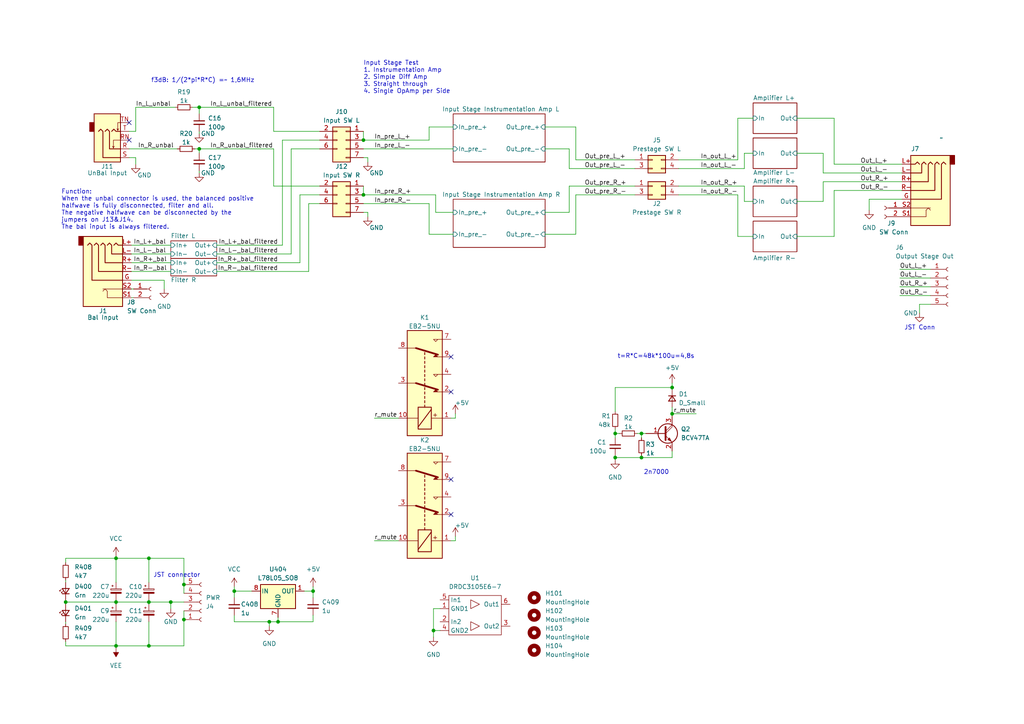
<source format=kicad_sch>
(kicad_sch (version 20230121) (generator eeschema)
  (paper "A4")
  (title_block (title "BHOA") (date "2024-01-17") (rev "0.1") (company "C Audio") (comment 3 "Balanced Headphone Operationsal Amplifier"))
  (lib_symbols
    (symbol "Audio_Connector:Pentaconn_with_Switch"
      (property "Reference" "J" (at -0.635 12.065 0))
      (symbol "Pentaconn_with_Switch_0_1"
        (rectangle (start -5.715 -6.985) (end -6.985 -9.525) (stroke (width 0.254)) (fill (type outline)))
        (rectangle (start -5.715 10.795) (end 5.715 -9.525) (stroke (width 0.254)) (fill (type background)))
        (polyline (pts (xy 5.715 5.715) (xy 0 5.715)))
        (polyline (pts (xy 1.27 6.35) (xy 0.635 5.715) (xy 0 6.35)))
        (polyline (pts (xy 5.715 8.255) (xy 1.27 8.255) (xy 1.27 6.35)))
        (polyline (pts (xy 3.175 -6.985) (xy 3.81 -7.62) (xy 4.445 -6.985) (xy 5.715 -6.985)) (stroke (width 0.254)))
        (polyline (pts (xy -2.54 -6.985) (xy -1.905 -7.62) (xy -1.27 -6.985) (xy -1.27 0.635) (xy 5.715 0.635)) (stroke (width 0.254)))
        (polyline (pts (xy 1.27 -6.985) (xy 1.905 -7.62) (xy 2.54 -6.985) (xy 2.54 -4.445) (xy 5.715 -4.445)) (stroke (width 0.254)))
        (polyline (pts (xy 5.715 -1.905) (xy 0.635 -1.905) (xy 0.635 -6.985) (xy 0 -7.62) (xy -0.635 -6.985)) (stroke (width 0.254)))
        (polyline (pts (xy 5.715 3.175) (xy -3.175 3.175) (xy -3.175 -6.985) (xy -3.81 -7.62) (xy -4.445 -6.985)) (stroke (width 0.254)))
      )
      (symbol "Pentaconn_with_Switch_1_1"
        (pin output line (at 8.255 3.175 180) (length 2.54) (name "") (number "G"))
        (pin output line (at 8.255 -6.985 180) (length 2.54) (name "") (number "L+"))
        (pin output line (at 8.255 -4.445 180) (length 2.54) (name "") (number "L-"))
        (pin output line (at 8.255 -1.905 180) (length 2.54) (name "") (number "R+"))
        (pin output line (at 8.255 0.635 180) (length 2.54) (name "") (number "R-"))
        (pin output line (at 8.255 8.255 180) (length 2.54) (name "") (number "S1"))
        (pin output line (at 8.255 5.715 180) (length 2.54) (name "") (number "S2"))
      )
    )
    (symbol "Connector:Conn_01x02_Socket" (pin_names (offset 1.016) hide)
      (property "Reference" "J" (at 0 2.54 0))
      (property "Value" "Conn_01x02_Socket" (at 0 -5.08 0))
      (symbol "Conn_01x02_Socket_1_1"
        (arc (start 0 -2.032) (mid -0.5058 -2.54) (end 0 -3.048) (stroke (width 0.1524)))
        (polyline (pts (xy -1.27 -2.54) (xy -0.508 -2.54)) (stroke (width 0.1524)))
        (polyline (pts (xy -1.27 0) (xy -0.508 0)) (stroke (width 0.1524)))
        (arc (start 0 0.508) (mid -0.5058 0) (end 0 -0.508) (stroke (width 0.1524)))
        (pin passive line (at -5.08 0 0) (length 3.81) (name "Pin_1") (number "1"))
        (pin passive line (at -5.08 -2.54 0) (length 3.81) (name "Pin_2") (number "2"))
      )
    )
    (symbol "Connector:Conn_01x05_Socket" (pin_names (offset 1.016) hide)
      (property "Reference" "J" (at 0 7.62 0))
      (property "Value" "Conn_01x05_Socket" (at 0 -7.62 0))
      (symbol "Conn_01x05_Socket_1_1"
        (arc (start 0 -4.572) (mid -0.5058 -5.08) (end 0 -5.588) (stroke (width 0.1524)))
        (arc (start 0 -2.032) (mid -0.5058 -2.54) (end 0 -3.048) (stroke (width 0.1524)))
        (polyline (pts (xy -1.27 -5.08) (xy -0.508 -5.08)) (stroke (width 0.1524)))
        (polyline (pts (xy -1.27 -2.54) (xy -0.508 -2.54)) (stroke (width 0.1524)))
        (polyline (pts (xy -1.27 0) (xy -0.508 0)) (stroke (width 0.1524)))
        (polyline (pts (xy -1.27 2.54) (xy -0.508 2.54)) (stroke (width 0.1524)))
        (polyline (pts (xy -1.27 5.08) (xy -0.508 5.08)) (stroke (width 0.1524)))
        (arc (start 0 0.508) (mid -0.5058 0) (end 0 -0.508) (stroke (width 0.1524)))
        (arc (start 0 3.048) (mid -0.5058 2.54) (end 0 2.032) (stroke (width 0.1524)))
        (arc (start 0 5.588) (mid -0.5058 5.08) (end 0 4.572) (stroke (width 0.1524)))
        (pin passive line (at -5.08 5.08 0) (length 3.81) (name "Pin_1") (number "1"))
        (pin passive line (at -5.08 2.54 0) (length 3.81) (name "Pin_2") (number "2"))
        (pin passive line (at -5.08 0 0) (length 3.81) (name "Pin_3") (number "3"))
        (pin passive line (at -5.08 -2.54 0) (length 3.81) (name "Pin_4") (number "4"))
        (pin passive line (at -5.08 -5.08 0) (length 3.81) (name "Pin_5") (number "5"))
      )
    )
    (symbol "Connector_Audio:AudioJack3_SwitchTR"
      (property "Reference" "J" (at 0 8.89 0))
      (property "Value" "AudioJack3_SwitchTR" (at 0 6.35 0))
      (symbol "AudioJack3_SwitchTR_0_1"
        (rectangle (start -5.08 -5.08) (end -6.35 -7.62) (stroke (width 0.254)) (fill (type outline)))
        (polyline (pts (xy 0.508 -0.254) (xy 0.762 -0.762)))
        (polyline (pts (xy 1.778 -5.334) (xy 2.032 -5.842)))
        (polyline (pts (xy 0 -5.08) (xy 0.635 -5.715) (xy 1.27 -5.08) (xy 2.54 -5.08)) (stroke (width 0.254)))
        (polyline (pts (xy 2.54 -7.62) (xy 1.778 -7.62) (xy 1.778 -5.334) (xy 1.524 -5.842)))
        (polyline (pts (xy 2.54 -2.54) (xy 0.508 -2.54) (xy 0.508 -0.254) (xy 0.254 -0.762)))
        (polyline (pts (xy -1.905 -5.08) (xy -1.27 -5.715) (xy -0.635 -5.08) (xy -0.635 0) (xy 2.54 0)) (stroke (width 0.254)))
        (polyline (pts (xy 2.54 2.54) (xy -2.54 2.54) (xy -2.54 -5.08) (xy -3.175 -5.715) (xy -3.81 -5.08)) (stroke (width 0.254)))
        (rectangle (start 2.54 3.81) (end -5.08 -10.16) (stroke (width 0.254)) (fill (type background)))
      )
      (symbol "AudioJack3_SwitchTR_1_1"
        (pin passive line (at 5.08 0 180) (length 2.54) (name "~") (number "R"))
        (pin passive line (at 5.08 -2.54 180) (length 2.54) (name "~") (number "RN"))
        (pin passive line (at 5.08 2.54 180) (length 2.54) (name "~") (number "S"))
        (pin passive line (at 5.08 -5.08 180) (length 2.54) (name "~") (number "T"))
        (pin passive line (at 5.08 -7.62 180) (length 2.54) (name "~") (number "TN"))
      )
    )
    (symbol "Connector_Generic:Conn_02x02_Odd_Even" (pin_names (offset 1.016) hide)
      (property "Reference" "J" (at 1.27 2.54 0))
      (property "Value" "Conn_02x02_Odd_Even" (at 1.27 -5.08 0))
      (symbol "Conn_02x02_Odd_Even_1_1"
        (rectangle (start -1.27 -2.413) (end 0 -2.667) (stroke (width 0.1524)))
        (rectangle (start -1.27 0.127) (end 0 -0.127) (stroke (width 0.1524)))
        (rectangle (start -1.27 1.27) (end 3.81 -3.81) (stroke (width 0.254)) (fill (type background)))
        (rectangle (start 3.81 -2.413) (end 2.54 -2.667) (stroke (width 0.1524)))
        (rectangle (start 3.81 0.127) (end 2.54 -0.127) (stroke (width 0.1524)))
        (pin passive line (at -5.08 0 0) (length 3.81) (name "Pin_1") (number "1"))
        (pin passive line (at 7.62 0 180) (length 3.81) (name "Pin_2") (number "2"))
        (pin passive line (at -5.08 -2.54 0) (length 3.81) (name "Pin_3") (number "3"))
        (pin passive line (at 7.62 -2.54 180) (length 3.81) (name "Pin_4") (number "4"))
      )
    )
    (symbol "Connector_Generic:Conn_2Rows-07Pins" (pin_names (offset 1.016) hide)
      (property "Reference" "J" (at 1.27 5.08 0))
      (property "Value" "Conn_2Rows-07Pins" (at 1.27 -7.62 0))
      (symbol "Conn_2Rows-07Pins_1_1"
        (rectangle (start -1.27 -4.953) (end 0 -5.207) (stroke (width 0.1524)))
        (rectangle (start -1.27 -2.413) (end 0 -2.667) (stroke (width 0.1524)))
        (rectangle (start -1.27 0.127) (end 0 -0.127) (stroke (width 0.1524)))
        (rectangle (start -1.27 2.667) (end 0 2.413) (stroke (width 0.1524)))
        (rectangle (start -1.27 3.81) (end 3.81 -6.35) (stroke (width 0.254)) (fill (type background)))
        (rectangle (start 3.81 -2.413) (end 2.54 -2.667) (stroke (width 0.1524)))
        (rectangle (start 3.81 0.127) (end 2.54 -0.127) (stroke (width 0.1524)))
        (rectangle (start 3.81 2.667) (end 2.54 2.413) (stroke (width 0.1524)))
        (pin passive line (at -5.08 2.54 0) (length 3.81) (name "Pin_1") (number "1"))
        (pin passive line (at 7.62 2.54 180) (length 3.81) (name "Pin_2") (number "2"))
        (pin passive line (at -5.08 0 0) (length 3.81) (name "Pin_3") (number "3"))
        (pin passive line (at 7.62 0 180) (length 3.81) (name "Pin_4") (number "4"))
        (pin passive line (at -5.08 -2.54 0) (length 3.81) (name "Pin_5") (number "5"))
        (pin passive line (at 7.62 -2.54 180) (length 3.81) (name "Pin_6") (number "6"))
        (pin passive line (at -5.08 -5.08 0) (length 3.81) (name "Pin_7") (number "7"))
      )
    )
    (symbol "DRDC3105:DRDC3105E6-7"
      (property "Reference" "U" (at -3.81 7.62 0))
      (property "Value" "DRDC3105E6-7" (at -3.81 7.62 0))
      (symbol "DRDC3105E6-7_0_1"
        (rectangle (start -7.62 6.35) (end 7.62 -5.08))
        (polyline (pts (xy -1.27 -1.27) (xy -1.27 -3.81) (xy 1.27 -2.54) (xy -1.27 -1.27)))
        (polyline (pts (xy -1.27 5.08) (xy -1.27 2.54) (xy 1.27 3.81) (xy -1.27 5.08)))
      )
      (symbol "DRDC3105E6-7_1_1"
        (pin passive line (at -10.16 2.54 0) (length 2.54) (name "GND1") (number "1"))
        (pin input line (at -10.16 -1.27 0) (length 2.54) (name "In2") (number "2"))
        (pin output line (at 10.16 -2.54 180) (length 2.54) (name "Out2") (number "3"))
        (pin passive line (at -10.16 -3.81 0) (length 2.54) (name "GND2") (number "4"))
        (pin input line (at -10.16 5.08 0) (length 2.54) (name "In1") (number "5"))
        (pin output line (at 10.16 3.81 180) (length 2.54) (name "Out1") (number "6"))
      )
    )
    (symbol "Device:C_Polarized_Small" (pin_numbers hide) (pin_names (offset 0.254) hide)
      (property "Reference" "C" (at 0.254 1.778 0))
      (property "Value" "C_Polarized_Small" (at 0.254 -2.032 0))
      (symbol "C_Polarized_Small_0_1"
        (rectangle (start -1.524 -0.3048) (end 1.524 -0.6858) (fill (type outline)))
        (rectangle (start -1.524 0.6858) (end 1.524 0.3048))
        (polyline (pts (xy -1.27 1.524) (xy -0.762 1.524)))
        (polyline (pts (xy -1.016 1.27) (xy -1.016 1.778)))
      )
      (symbol "C_Polarized_Small_1_1"
        (pin passive line (at 0 2.54 270) (length 1.8542) (name "~") (number "1"))
        (pin passive line (at 0 -2.54 90) (length 1.8542) (name "~") (number "2"))
      )
    )
    (symbol "Device:C_Small" (pin_numbers hide) (pin_names (offset 0.254) hide)
      (property "Reference" "C" (at 0.254 1.778 0))
      (property "Value" "C_Small" (at 0.254 -2.032 0))
      (symbol "C_Small_0_1"
        (polyline (pts (xy -1.524 -0.508) (xy 1.524 -0.508)) (stroke (width 0.3302)))
        (polyline (pts (xy -1.524 0.508) (xy 1.524 0.508)) (stroke (width 0.3048)))
      )
      (symbol "C_Small_1_1"
        (pin passive line (at 0 2.54 270) (length 2.032) (name "~") (number "1"))
        (pin passive line (at 0 -2.54 90) (length 2.032) (name "~") (number "2"))
      )
    )
    (symbol "Device:D_Small" (pin_numbers hide) (pin_names (offset 0.254) hide)
      (property "Reference" "D" (at -1.27 2.032 0))
      (property "Value" "D_Small" (at -3.81 -2.032 0))
      (symbol "D_Small_0_1"
        (polyline (pts (xy -0.762 -1.016) (xy -0.762 1.016)) (stroke (width 0.254)))
        (polyline (pts (xy -0.762 0) (xy 0.762 0)))
        (polyline (pts (xy 0.762 -1.016) (xy -0.762 0) (xy 0.762 1.016) (xy 0.762 -1.016)) (stroke (width 0.254)))
      )
      (symbol "D_Small_1_1"
        (pin passive line (at -2.54 0 0) (length 1.778) (name "K") (number "1"))
        (pin passive line (at 2.54 0 180) (length 1.778) (name "A") (number "2"))
      )
    )
    (symbol "Device:LED_Small" (pin_numbers hide) (pin_names (offset 0.254) hide)
      (property "Reference" "D" (at -1.27 3.175 0))
      (property "Value" "LED_Small" (at -4.445 -2.54 0))
      (symbol "LED_Small_0_1"
        (polyline (pts (xy -0.762 -1.016) (xy -0.762 1.016)) (stroke (width 0.254)))
        (polyline (pts (xy 1.016 0) (xy -0.762 0)))
        (polyline (pts (xy 0.762 -1.016) (xy -0.762 0) (xy 0.762 1.016) (xy 0.762 -1.016)) (stroke (width 0.254)))
        (polyline (pts (xy 0 0.762) (xy -0.508 1.27) (xy -0.254 1.27) (xy -0.508 1.27) (xy -0.508 1.016)))
        (polyline (pts (xy 0.508 1.27) (xy 0 1.778) (xy 0.254 1.778) (xy 0 1.778) (xy 0 1.524)))
      )
      (symbol "LED_Small_1_1"
        (pin passive line (at -2.54 0 0) (length 1.778) (name "K") (number "1"))
        (pin passive line (at 2.54 0 180) (length 1.778) (name "A") (number "2"))
      )
    )
    (symbol "Device:Q_NPN_Darlington_BEC" (pin_names (offset 0) hide)
      (property "Reference" "Q" (at 4.572 1.27 0))
      (property "Value" "Q_NPN_Darlington_BEC" (at 4.572 -1.27 0))
      (symbol "Q_NPN_Darlington_BEC_0_1"
        (polyline (pts (xy 0.635 0.635) (xy 2.54 2.54)))
        (polyline (pts (xy 0.635 -0.635) (xy 2.54 -2.54) (xy 2.54 -2.54)))
        (polyline (pts (xy 0.635 0) (xy 2.54 1.905) (xy 2.54 2.54)))
        (polyline (pts (xy 0.635 1.905) (xy 0.635 -1.905) (xy 0.635 -1.905)) (stroke (width 0.508)))
        (polyline (pts (xy 1.27 -1.778) (xy 1.778 -1.27) (xy 2.286 -2.286) (xy 1.27 -1.778) (xy 1.27 -1.778)) (fill (type outline)))
        (circle (center 1.27 0) (radius 2.8194) (stroke (width 0.254)))
      )
      (symbol "Q_NPN_Darlington_BEC_1_1"
        (pin input line (at -5.08 0 0) (length 5.715) (name "B") (number "1"))
        (pin passive line (at 2.54 -5.08 90) (length 2.54) (name "E") (number "2"))
        (pin passive line (at 2.54 5.08 270) (length 2.54) (name "C") (number "3"))
      )
    )
    (symbol "Device:R_Small" (pin_numbers hide) (pin_names (offset 0.254) hide)
      (property "Reference" "R" (at 0.762 0.508 0))
      (property "Value" "R_Small" (at 0.762 -1.016 0))
      (symbol "R_Small_0_1"
        (rectangle (start -0.762 1.778) (end 0.762 -1.778) (stroke (width 0.2032)))
      )
      (symbol "R_Small_1_1"
        (pin passive line (at 0 2.54 270) (length 0.762) (name "~") (number "1"))
        (pin passive line (at 0 -2.54 90) (length 0.762) (name "~") (number "2"))
      )
    )
    (symbol "Mechanical:MountingHole" (pin_names (offset 1.016))
      (property "Reference" "H" (at 0 5.08 0))
      (property "Value" "MountingHole" (at 0 3.175 0))
      (symbol "MountingHole_0_1"
        (circle (center 0 0) (radius 1.27) (stroke (width 1.27)))
      )
    )
    (symbol "Regulator_Linear:L78L05_SO8" (pin_names (offset 0.254))
      (property "Reference" "U" (at -3.81 3.175 0))
      (property "Value" "L78L05_SO8" (at 0 3.175 0))
      (symbol "L78L05_SO8_0_1"
        (rectangle (start -5.08 1.905) (end 5.08 -5.08) (stroke (width 0.254)) (fill (type background)))
      )
      (symbol "L78L05_SO8_1_1"
        (pin power_out line (at 7.62 0 180) (length 2.54) (name "OUT") (number "1"))
        (pin passive line (at 0 -7.62 90) (length 2.54) hide (name "GND") (number "2"))
        (pin passive line (at 0 -7.62 90) (length 2.54) hide (name "GND") (number "3"))
        (pin no_connect line (at -5.08 -2.54 0) (length 2.54) hide (name "NC") (number "4"))
        (pin no_connect line (at 5.08 -2.54 180) (length 2.54) hide (name "NC") (number "5"))
        (pin passive line (at 0 -7.62 90) (length 2.54) hide (name "GND") (number "6"))
        (pin power_in line (at 0 -7.62 90) (length 2.54) (name "GND") (number "7"))
        (pin power_in line (at -7.62 0 0) (length 2.54) (name "IN") (number "8"))
      )
    )
    (symbol "Relay:FRT5"
      (property "Reference" "K" (at 16.51 3.81 0))
      (property "Value" "FRT5" (at 16.51 1.27 0))
      (symbol "FRT5_0_0"
        (text "+" (at -9.271 2.921 0) (effects (font (size 1.27 1.27))))
      )
      (symbol "FRT5_0_1"
        (rectangle (start -15.24 5.08) (end 15.24 -5.08) (stroke (width 0.254)) (fill (type background)))
        (rectangle (start -13.335 1.905) (end -6.985 -1.905) (stroke (width 0.254)))
        (polyline (pts (xy -12.7 -1.905) (xy -7.62 1.905)) (stroke (width 0.254)))
        (polyline (pts (xy -10.16 -5.08) (xy -10.16 -1.905)))
        (polyline (pts (xy -10.16 5.08) (xy -10.16 1.905)))
        (polyline (pts (xy -6.985 0) (xy -6.35 0)) (stroke (width 0.254)))
        (polyline (pts (xy -5.715 0) (xy -5.08 0)) (stroke (width 0.254)))
        (polyline (pts (xy -4.445 0) (xy -3.81 0)) (stroke (width 0.254)))
        (polyline (pts (xy -3.175 0) (xy -2.54 0)) (stroke (width 0.254)))
        (polyline (pts (xy -1.905 0) (xy -1.27 0)) (stroke (width 0.254)))
        (polyline (pts (xy -0.635 0) (xy 0 0)) (stroke (width 0.254)))
        (polyline (pts (xy 0 -2.54) (xy -1.905 3.81)) (stroke (width 0.508)))
        (polyline (pts (xy 0 -2.54) (xy 0 -5.08)))
        (polyline (pts (xy 0.635 0) (xy 1.27 0)) (stroke (width 0.254)))
        (polyline (pts (xy 1.905 0) (xy 2.54 0)) (stroke (width 0.254)))
        (polyline (pts (xy 3.175 0) (xy 3.81 0)) (stroke (width 0.254)))
        (polyline (pts (xy 4.445 0) (xy 5.08 0)) (stroke (width 0.254)))
        (polyline (pts (xy 5.715 0) (xy 6.35 0)) (stroke (width 0.254)))
        (polyline (pts (xy 6.985 0) (xy 7.62 0)) (stroke (width 0.254)))
        (polyline (pts (xy 8.255 0) (xy 8.89 0)) (stroke (width 0.254)))
        (polyline (pts (xy 10.16 -2.54) (xy 8.255 3.81)) (stroke (width 0.508)))
        (polyline (pts (xy 10.16 -2.54) (xy 10.16 -5.08)))
        (polyline (pts (xy -2.54 5.08) (xy -2.54 2.54) (xy -1.905 3.175) (xy -2.54 3.81)) (fill (type outline)))
        (polyline (pts (xy 2.54 5.08) (xy 2.54 2.54) (xy 1.905 3.175) (xy 2.54 3.81)))
        (polyline (pts (xy 7.62 5.08) (xy 7.62 2.54) (xy 8.255 3.175) (xy 7.62 3.81)) (fill (type outline)))
        (polyline (pts (xy 12.7 5.08) (xy 12.7 2.54) (xy 12.065 3.175) (xy 12.7 3.81)))
      )
      (symbol "FRT5_1_1"
        (pin passive line (at -10.16 7.62 270) (length 2.54) (name "~") (number "1"))
        (pin passive line (at -10.16 -7.62 90) (length 2.54) (name "~") (number "10"))
        (pin passive line (at -2.54 7.62 270) (length 2.54) (name "~") (number "2"))
        (pin passive line (at 0 -7.62 90) (length 2.54) (name "~") (number "3"))
        (pin passive line (at 2.54 7.62 270) (length 2.54) (name "~") (number "4"))
        (pin passive line (at 12.7 7.62 270) (length 2.54) (name "~") (number "7"))
        (pin passive line (at 10.16 -7.62 90) (length 2.54) (name "~") (number "8"))
        (pin passive line (at 7.62 7.62 270) (length 2.54) (name "~") (number "9"))
      )
    )
    (symbol "power:+5V" (power) (pin_names (offset 0))
      (property "Value" "+5V" (at 0 3.556 0))
      (symbol "+5V_0_1"
        (polyline (pts (xy -0.762 1.27) (xy 0 2.54)))
        (polyline (pts (xy 0 0) (xy 0 2.54)))
        (polyline (pts (xy 0 2.54) (xy 0.762 1.27)))
      )
      (symbol "+5V_1_1"
        (pin power_in line (at 0 0 90) (length 0) hide (name "+5V") (number "1"))
      )
    )
    (symbol "power:GND" (power) (pin_names (offset 0))
      (property "Value" "GND" (at 0 -3.81 0))
      (symbol "GND_0_1"
        (polyline (pts (xy 0 0) (xy 0 -1.27) (xy 1.27 -1.27) (xy 0 -2.54) (xy -1.27 -1.27) (xy 0 -1.27)))
      )
      (symbol "GND_1_1"
        (pin power_in line (at 0 0 270) (length 0) hide (name "GND") (number "1"))
      )
    )
    (symbol "power:VCC" (power) (pin_names (offset 0))
      (property "Value" "VCC" (at 0 3.81 0))
      (symbol "VCC_0_1"
        (polyline (pts (xy -0.762 1.27) (xy 0 2.54)))
        (polyline (pts (xy 0 0) (xy 0 2.54)))
        (polyline (pts (xy 0 2.54) (xy 0.762 1.27)))
      )
      (symbol "VCC_1_1"
        (pin power_in line (at 0 0 90) (length 0) hide (name "VCC") (number "1"))
      )
    )
    (symbol "power:VEE" (power) (pin_names (offset 0))
      (property "Value" "VEE" (at 0 3.81 0))
      (symbol "VEE_0_1"
        (polyline (pts (xy 0 0) (xy 0 2.54)))
        (polyline (pts (xy 0.762 1.27) (xy -0.762 1.27) (xy 0 2.54) (xy 0.762 1.27)) (fill (type outline)))
      )
      (symbol "VEE_1_1"
        (pin power_in line (at 0 0 90) (length 0) hide (name "VEE") (number "1"))
      )
    )
  )
  (junction (at 178.435 132.715))
  (junction (at 57.785 43.18))
  (junction (at 186.055 125.73))
  (junction (at 194.945 112.395))
  (junction (at 194.945 120.015))
  (junction (at 53.34 169.545))
  (junction (at 125.73 182.88))
  (junction (at 33.655 187.325))
  (junction (at 105.41 40.64))
  (junction (at 57.785 31.115))
  (junction (at 19.05 174.625))
  (junction (at 67.945 171.45))
  (junction (at 43.18 187.325))
  (junction (at 49.53 174.625))
  (junction (at 178.435 125.73))
  (junction (at 80.645 180.34))
  (junction (at 186.055 132.715))
  (junction (at 78.105 180.34))
  (junction (at 53.34 179.705))
  (junction (at 33.655 174.625))
  (junction (at 43.18 174.625))
  (junction (at 43.18 161.925))
  (junction (at 105.41 56.515))
  (junction (at 90.805 171.45))
  (junction (at 33.655 161.925))
  (no_connect (at 130.81 103.505))
  (no_connect (at 130.81 139.065))
  (no_connect (at 37.465 40.64))
  (no_connect (at 130.81 149.225))
  (no_connect (at 130.81 113.665))
  (no_connect (at 37.465 35.56))
  (wire (pts (xy 165.1 43.18) (xy 158.115 43.18)))
  (wire (pts (xy 57.785 38.735) (xy 57.785 38.1)))
  (wire (pts (xy 266.7 90.805) (xy 266.7 88.265)))
  (wire (pts (xy 238.76 52.705) (xy 238.76 58.42)))
  (wire (pts (xy 38.735 83.82) (xy 38.1 83.82)))
  (wire (pts (xy 184.15 48.895) (xy 165.1 48.895)))
  (wire (pts (xy 78.105 180.34) (xy 67.945 180.34)))
  (wire (pts (xy 106.68 45.72) (xy 105.41 45.72)))
  (wire (pts (xy 213.995 46.355) (xy 213.995 34.29)))
  (wire (pts (xy 194.945 132.715) (xy 194.945 130.81)))
  (wire (pts (xy 231.14 44.45) (xy 238.76 44.45)))
  (wire (pts (xy 43.18 173.99) (xy 43.18 174.625)))
  (wire (pts (xy 79.375 43.18) (xy 79.375 53.975)))
  (wire (pts (xy 79.375 31.115) (xy 79.375 38.1)))
  (wire (pts (xy 90.805 170.18) (xy 90.805 171.45)))
  (wire (pts (xy 62.865 78.74) (xy 89.535 78.74)))
  (wire (pts (xy 178.435 132.715) (xy 186.055 132.715)))
  (wire (pts (xy 213.995 68.58) (xy 218.44 68.58)))
  (wire (pts (xy 79.375 53.975) (xy 92.71 53.975)))
  (wire (pts (xy 165.1 48.895) (xy 165.1 43.18)))
  (wire (pts (xy 126.365 61.595) (xy 131.445 61.595)))
  (wire (pts (xy 19.05 174.625) (xy 19.05 173.99)))
  (wire (pts (xy 108.585 121.285) (xy 115.57 121.285)))
  (wire (pts (xy 231.14 34.29) (xy 241.935 34.29)))
  (wire (pts (xy 62.865 73.66) (xy 84.455 73.66)))
  (wire (pts (xy 62.865 76.2) (xy 86.995 76.2)))
  (wire (pts (xy 260.985 80.645) (xy 269.875 80.645)))
  (wire (pts (xy 196.85 46.355) (xy 213.995 46.355)))
  (wire (pts (xy 261.62 47.625) (xy 241.935 47.625)))
  (wire (pts (xy 124.46 67.945) (xy 131.445 67.945)))
  (wire (pts (xy 39.37 31.115) (xy 50.8 31.115)))
  (wire (pts (xy 241.935 55.245) (xy 241.935 68.58)))
  (wire (pts (xy 43.18 161.925) (xy 53.34 161.925)))
  (wire (pts (xy 38.1 76.2) (xy 49.53 76.2)))
  (wire (pts (xy 186.055 125.73) (xy 187.325 125.73)))
  (wire (pts (xy 81.915 40.64) (xy 92.71 40.64)))
  (wire (pts (xy 238.76 50.165) (xy 238.76 44.45)))
  (wire (pts (xy 33.655 173.99) (xy 33.655 174.625)))
  (wire (pts (xy 231.14 58.42) (xy 238.76 58.42)))
  (wire (pts (xy 178.435 125.73) (xy 178.435 127)))
  (wire (pts (xy 57.785 50.165) (xy 57.785 49.53)))
  (wire (pts (xy 38.1 73.66) (xy 49.53 73.66)))
  (wire (pts (xy 43.18 161.925) (xy 43.18 168.91)))
  (wire (pts (xy 73.025 171.45) (xy 67.945 171.45)))
  (wire (pts (xy 90.805 173.355) (xy 90.805 171.45)))
  (wire (pts (xy 266.7 88.265) (xy 269.875 88.265)))
  (wire (pts (xy 80.645 180.34) (xy 90.805 180.34)))
  (wire (pts (xy 84.455 43.18) (xy 92.71 43.18)))
  (wire (pts (xy 125.73 182.88) (xy 127.635 182.88)))
  (wire (pts (xy 132.08 156.845) (xy 132.08 155.575)))
  (wire (pts (xy 89.535 59.055) (xy 92.71 59.055)))
  (wire (pts (xy 78.105 180.34) (xy 80.645 180.34)))
  (wire (pts (xy 126.365 56.515) (xy 126.365 61.595)))
  (wire (pts (xy 125.73 176.53) (xy 125.73 182.88)))
  (wire (pts (xy 186.055 132.08) (xy 186.055 132.715)))
  (wire (pts (xy 260.985 78.105) (xy 269.875 78.105)))
  (wire (pts (xy 57.785 31.115) (xy 79.375 31.115)))
  (wire (pts (xy 56.515 43.18) (xy 57.785 43.18)))
  (wire (pts (xy 47.625 81.28) (xy 38.1 81.28)))
  (wire (pts (xy 38.1 78.74) (xy 49.53 78.74)))
  (wire (pts (xy 194.945 112.395) (xy 194.945 113.03)))
  (wire (pts (xy 184.15 53.975) (xy 165.1 53.975)))
  (wire (pts (xy 33.655 187.96) (xy 33.655 187.325)))
  (wire (pts (xy 57.785 31.115) (xy 57.785 33.02)))
  (wire (pts (xy 43.18 187.325) (xy 53.34 187.325)))
  (wire (pts (xy 252.095 60.96) (xy 252.095 57.785)))
  (wire (pts (xy 90.805 180.34) (xy 90.805 178.435)))
  (wire (pts (xy 19.05 168.275) (xy 19.05 168.91)))
  (wire (pts (xy 39.37 47.625) (xy 39.37 45.72)))
  (wire (pts (xy 55.88 31.115) (xy 57.785 31.115)))
  (wire (pts (xy 178.435 112.395) (xy 178.435 119.38)))
  (wire (pts (xy 215.9 58.42) (xy 218.44 58.42)))
  (wire (pts (xy 19.05 161.925) (xy 33.655 161.925)))
  (wire (pts (xy 194.945 112.395) (xy 178.435 112.395)))
  (wire (pts (xy 241.935 55.245) (xy 261.62 55.245)))
  (wire (pts (xy 47.625 83.82) (xy 47.625 81.28)))
  (wire (pts (xy 196.85 48.895) (xy 215.9 48.895)))
  (wire (pts (xy 67.945 170.18) (xy 67.945 171.45)))
  (wire (pts (xy 125.73 182.88) (xy 125.73 184.785)))
  (wire (pts (xy 33.655 161.925) (xy 43.18 161.925)))
  (wire (pts (xy 38.1 71.12) (xy 49.53 71.12)))
  (wire (pts (xy 38.735 86.36) (xy 38.1 86.36)))
  (wire (pts (xy 67.945 171.45) (xy 67.945 173.355)))
  (wire (pts (xy 49.53 176.53) (xy 49.53 174.625)))
  (wire (pts (xy 86.995 56.515) (xy 92.71 56.515)))
  (wire (pts (xy 37.465 43.18) (xy 51.435 43.18)))
  (wire (pts (xy 53.34 177.165) (xy 53.34 179.705)))
  (wire (pts (xy 62.865 71.12) (xy 81.915 71.12)))
  (wire (pts (xy 67.945 180.34) (xy 67.945 178.435)))
  (wire (pts (xy 33.655 161.29) (xy 33.655 161.925)))
  (wire (pts (xy 194.945 120.015) (xy 194.945 120.65)))
  (wire (pts (xy 19.05 180.34) (xy 19.05 180.975)))
  (wire (pts (xy 86.995 76.2) (xy 86.995 56.515)))
  (wire (pts (xy 215.9 44.45) (xy 218.44 44.45)))
  (wire (pts (xy 105.41 43.18) (xy 131.445 43.18)))
  (wire (pts (xy 53.34 169.545) (xy 53.34 172.085)))
  (wire (pts (xy 106.68 62.865) (xy 106.68 61.595)))
  (wire (pts (xy 105.41 59.055) (xy 124.46 59.055)))
  (wire (pts (xy 53.34 187.325) (xy 53.34 179.705)))
  (wire (pts (xy 124.46 36.83) (xy 131.445 36.83)))
  (wire (pts (xy 184.15 46.355) (xy 167.005 46.355)))
  (wire (pts (xy 89.535 78.74) (xy 89.535 59.055)))
  (wire (pts (xy 238.76 52.705) (xy 261.62 52.705)))
  (wire (pts (xy 165.1 61.595) (xy 158.115 61.595)))
  (wire (pts (xy 167.005 56.515) (xy 167.005 67.945)))
  (wire (pts (xy 19.05 163.195) (xy 19.05 161.925)))
  (wire (pts (xy 19.05 174.625) (xy 19.05 175.26)))
  (wire (pts (xy 19.05 187.325) (xy 33.655 187.325)))
  (wire (pts (xy 33.655 187.325) (xy 43.18 187.325)))
  (wire (pts (xy 78.105 181.61) (xy 78.105 180.34)))
  (wire (pts (xy 252.095 57.785) (xy 261.62 57.785)))
  (wire (pts (xy 57.785 43.18) (xy 79.375 43.18)))
  (wire (pts (xy 196.85 53.975) (xy 215.9 53.975)))
  (wire (pts (xy 105.41 53.975) (xy 105.41 56.515)))
  (wire (pts (xy 186.055 132.715) (xy 194.945 132.715)))
  (wire (pts (xy 80.645 179.07) (xy 80.645 180.34)))
  (wire (pts (xy 186.055 125.73) (xy 186.055 127)))
  (wire (pts (xy 39.37 38.1) (xy 39.37 31.115)))
  (wire (pts (xy 196.85 56.515) (xy 213.995 56.515)))
  (wire (pts (xy 167.005 46.355) (xy 167.005 36.83)))
  (wire (pts (xy 37.465 38.1) (xy 39.37 38.1)))
  (wire (pts (xy 215.9 44.45) (xy 215.9 48.895)))
  (wire (pts (xy 33.655 187.325) (xy 33.655 180.34)))
  (wire (pts (xy 124.46 40.64) (xy 124.46 36.83)))
  (wire (pts (xy 53.34 161.925) (xy 53.34 169.545)))
  (wire (pts (xy 184.15 56.515) (xy 167.005 56.515)))
  (wire (pts (xy 260.985 85.725) (xy 269.875 85.725)))
  (wire (pts (xy 33.655 161.925) (xy 33.655 168.91)))
  (wire (pts (xy 43.18 174.625) (xy 49.53 174.625)))
  (wire (pts (xy 194.945 118.11) (xy 194.945 120.015)))
  (wire (pts (xy 215.9 53.975) (xy 215.9 58.42)))
  (wire (pts (xy 184.785 125.73) (xy 186.055 125.73)))
  (wire (pts (xy 167.005 67.945) (xy 158.115 67.945)))
  (wire (pts (xy 132.08 121.285) (xy 130.81 121.285)))
  (wire (pts (xy 81.915 71.12) (xy 81.915 40.64)))
  (wire (pts (xy 105.41 56.515) (xy 126.365 56.515)))
  (wire (pts (xy 260.985 83.185) (xy 269.875 83.185)))
  (wire (pts (xy 178.435 125.73) (xy 179.705 125.73)))
  (wire (pts (xy 33.655 174.625) (xy 19.05 174.625)))
  (wire (pts (xy 132.08 156.845) (xy 130.81 156.845)))
  (wire (pts (xy 213.995 56.515) (xy 213.995 68.58)))
  (wire (pts (xy 178.435 132.08) (xy 178.435 132.715)))
  (wire (pts (xy 178.435 132.715) (xy 178.435 133.35)))
  (wire (pts (xy 105.41 40.64) (xy 124.46 40.64)))
  (wire (pts (xy 127.635 176.53) (xy 125.73 176.53)))
  (wire (pts (xy 132.08 120.015) (xy 132.08 121.285)))
  (wire (pts (xy 33.655 174.625) (xy 43.18 174.625)))
  (wire (pts (xy 105.41 61.595) (xy 106.68 61.595)))
  (wire (pts (xy 238.76 50.165) (xy 261.62 50.165)))
  (wire (pts (xy 106.68 46.99) (xy 106.68 45.72)))
  (wire (pts (xy 57.785 43.18) (xy 57.785 44.45)))
  (wire (pts (xy 19.05 186.055) (xy 19.05 187.325)))
  (wire (pts (xy 231.14 68.58) (xy 241.935 68.58)))
  (wire (pts (xy 43.18 180.34) (xy 43.18 187.325)))
  (wire (pts (xy 90.805 171.45) (xy 88.265 171.45)))
  (wire (pts (xy 84.455 73.66) (xy 84.455 43.18)))
  (wire (pts (xy 201.93 120.015) (xy 194.945 120.015)))
  (wire (pts (xy 178.435 124.46) (xy 178.435 125.73)))
  (wire (pts (xy 124.46 59.055) (xy 124.46 67.945)))
  (wire (pts (xy 39.37 45.72) (xy 37.465 45.72)))
  (wire (pts (xy 43.18 174.625) (xy 43.18 175.26)))
  (wire (pts (xy 49.53 174.625) (xy 53.34 174.625)))
  (wire (pts (xy 108.585 156.845) (xy 115.57 156.845)))
  (wire (pts (xy 79.375 38.1) (xy 92.71 38.1)))
  (wire (pts (xy 167.005 36.83) (xy 158.115 36.83)))
  (wire (pts (xy 33.655 175.26) (xy 33.655 174.625)))
  (wire (pts (xy 165.1 53.975) (xy 165.1 61.595)))
  (wire (pts (xy 194.945 111.125) (xy 194.945 112.395)))
  (wire (pts (xy 213.995 34.29) (xy 218.44 34.29)))
  (wire (pts (xy 241.935 47.625) (xy 241.935 34.29)))
  (wire (pts (xy 105.41 38.1) (xy 105.41 40.64)))
  (text "2n7000\n" (at 186.69 137.795 0) (effects (font (size 1.27 1.27)) (justify left bottom)))
  (text "JST Conn" (at 262.255 95.885 0) (effects (font (size 1.27 1.27)) (justify left bottom)))
  (text "t=R*C=48k*100u=4,8s" (at 179.07 104.14 0) (effects (font (size 1.27 1.27)) (justify left bottom)))
  (text "JST connector" (at 44.45 167.64 0) (effects (font (size 1.27 1.27)) (justify left bottom)))
  (text "Function:\nWhen the unbal connector is used, the balanced positive \nhalfwave is fully disconnected, filter and all.\nThe negative halfwave can be disconnected by the \njumpers on J13&J14.\nThe bal input is always filtered." (at 17.78 66.675 0) (effects (font (size 1.27 1.27)) (justify left bottom)))
  (text "f3dB: 1/(2*pi*R*C) =~ 1,6MHz" (at 43.815 24.13 0) (effects (font (size 1.27 1.27)) (justify left bottom)))
  (text "Input Stage Test\n1. Instrumentation Amp\n2. Simple Diff Amp\n3. Straight through\n4. Single OpAmp per Side\n" (at 105.41 27.305 0) (effects (font (size 1.27 1.27)) (justify left bottom)))
  (label "Out_pre_R_+" (at 169.545 53.975 0))
  (label "Out_R_+" (at 260.985 83.185 0))
  (label "Out_L_-" (at 260.985 80.645 0))
  (label "In_R+_bal_filtered" (at 80.645 76.2 180))
  (label "In_out_R_+" (at 203.2 53.975 0))
  (label "In_R-_bal_filtered" (at 80.645 78.74 180))
  (label "In_L+_bal_filtered" (at 80.645 71.12 180))
  (label "r_mute" (at 108.585 121.285 0))
  (label "Out_pre_L_+" (at 169.545 46.355 0))
  (label "Out_R_-" (at 249.555 55.245 0))
  (label "In_out_R_-" (at 203.2 56.515 0))
  (label "Out_L_-" (at 249.555 50.165 0))
  (label "In_R-_bal" (at 38.735 78.74 0))
  (label "In_pre_L_+" (at 108.585 40.64 0))
  (label "In_R_unbal_filtered" (at 60.96 43.18 0))
  (label "Out_pre_L_-" (at 169.545 48.895 0))
  (label "In_R_unbal" (at 40.005 43.18 0))
  (label "In_R+_bal" (at 38.735 76.2 0))
  (label "In_L-_bal" (at 38.735 73.66 0))
  (label "In_out_L_-" (at 203.2 48.895 0))
  (label "r_mute" (at 108.585 156.845 0))
  (label "In_L-_bal_filtered" (at 80.645 73.66 180))
  (label "Out_R_-" (at 260.985 85.725 0))
  (label "In_pre_L_-" (at 108.585 43.18 0))
  (label "In_out_L_+" (at 203.2 46.355 0))
  (label "In_L_unbal" (at 39.37 31.115 0))
  (label "In_L_unbal_filtered" (at 60.96 31.115 0))
  (label "In_pre_R_+" (at 108.585 56.515 0))
  (label "Out_L_+" (at 260.985 78.105 0))
  (label "r_mute" (at 201.93 120.015 180))
  (label "Out_pre_R_-" (at 169.545 56.515 0))
  (label "In_pre_R_-" (at 108.585 59.055 0))
  (label "In_L+_bal" (at 38.735 71.12 0))
  (label "Out_L_+" (at 249.555 47.625 0))
  (label "Out_R_+" (at 249.555 52.705 0))
  (symbol (lib_id "power:GND") (at 266.7 90.805 0) (unit 1)
    (property "Reference" "#PWR027" (effects hide))
    (property "Value" "GND" (at 264.16 90.805 0))
  )
  (symbol (lib_id "power:+5V") (at 132.08 155.575 0) (unit 1)
    (property "Reference" "#PWR02" (effects hide))
    (property "Value" "+5V" (at 133.985 152.4 0))
  )
  (symbol (lib_id "Device:Q_NPN_Darlington_BEC") (at 192.405 125.73 0) (unit 1)
    (property "Reference" "Q2" (at 197.485 124.46 0) (effects (justify left)))
    (property "Value" "BCV47TA" (at 197.485 127 0) (effects (justify left)))
    (property "Footprint" "Package_TO_SOT_SMD:SOT-23" (effects hide))
    (property "Datasheet" "https://www.diodes.com/assets/Datasheets/BCV47.pdf" (effects hide))
    (property "Mouser" "522-BCV47TA" (effects hide))
  )
  (symbol (lib_id "power:GND") (at 178.435 133.35 0) (mirror y) (unit 1)
    (property "Reference" "#PWR06" (effects hide))
    (property "Value" "GND" (at 178.435 138.43 0))
  )
  (symbol (lib_id "Device:C_Polarized_Small") (at 33.655 177.8 0) (unit 1)
    (property "Reference" "C9" (at 31.75 177.165 0) (effects (justify right)))
    (property "Value" "220u" (at 31.75 179.705 0) (effects (justify right)))
    (property "Footprint" "Capacitor_SMD:CP_Elec_8x10" (effects hide))
  )
  (symbol (lib_id "power:VCC") (at 33.655 161.29 0) (unit 1)
    (property "Reference" "#PWR017" (effects hide))
    (property "Value" "VCC" (at 33.655 156.21 0))
  )
  (symbol (lib_id "Mechanical:MountingHole") (at 154.94 188.595 0) (unit 1)
    (property "Reference" "H104" (at 158.115 187.325 0) (effects (justify left)))
    (property "Value" "MountingHole" (at 158.115 189.865 0) (effects (justify left)))
    (property "Footprint" "MountingHole:MountingHole_3.7mm" (effects hide))
  )
  (symbol (lib_id "Device:R_Small") (at 178.435 121.92 0) (mirror y) (unit 1)
    (property "Reference" "R1" (at 177.165 120.65 0) (effects (justify left)))
    (property "Value" "48k" (at 177.165 123.19 0) (effects (justify left)))
  )
  (symbol (lib_id "Audio_Connector:Pentaconn_with_Switch") (at 29.845 78.105 0) (mirror x) (unit 1)
    (property "Reference" "J1" (at 31.115 90.17 0) (effects (justify right)))
    (property "Value" "Bal Input" (at 29.845 92.075 0))
    (property "Footprint" "Audio Connector:Pentaconn" (effects hide))
  )
  (symbol (lib_id "Connector:Conn_01x05_Socket") (at 274.955 83.185 0) (unit 1)
    (property "Reference" "J6" (at 259.715 71.755 0) (effects (justify left)))
    (property "Value" "Output Stage Out" (at 259.715 74.295 0) (effects (justify left)))
    (property "Footprint" "Connector_PinSocket_2.54mm:PinSocket_1x05_P2.54mm_Vertical" (effects hide))
  )
  (symbol (lib_id "Regulator_Linear:L78L05_SO8") (at 80.645 171.45 0) (unit 1)
    (property "Reference" "U404" (at 80.645 165.1 0))
    (property "Value" "L78L05_SO8" (at 80.645 167.64 0))
    (property "Footprint" "Package_SO:SOIC-8_3.9x4.9mm_P1.27mm" (effects hide))
    (property "Datasheet" "http://www.st.com/content/ccc/resource/technical/document/datasheet/15/55/e5/aa/23/5b/43/fd/CD00000446.pdf/files/CD00000446.pdf/jcr:content/translations/en.CD00000446.pdf" (effects hide))
  )
  (symbol (lib_id "power:GND") (at 252.095 60.96 0) (unit 1)
    (property "Reference" "#PWR07" (effects hide))
    (property "Value" "GND" (at 252.095 66.04 0))
  )
  (symbol (lib_id "Device:C_Polarized_Small") (at 43.18 177.8 0) (unit 1)
    (property "Reference" "C11" (at 41.275 177.165 0) (effects (justify right)))
    (property "Value" "220u" (at 41.275 179.705 0) (effects (justify right)))
    (property "Footprint" "Capacitor_SMD:CP_Elec_8x10" (effects hide))
  )
  (symbol (lib_id "Device:C_Small") (at 90.805 175.895 0) (unit 1)
    (property "Reference" "C409" (at 93.345 174.6313 0) (effects (justify left)))
    (property "Value" "1u" (at 93.345 177.1713 0) (effects (justify left)))
    (property "Footprint" "Capacitor_SMD:C_0805_2012Metric_Pad1.18x1.45mm_HandSolder" (effects hide))
  )
  (symbol (lib_id "Device:R_Small") (at 53.975 43.18 90) (unit 1)
    (property "Reference" "R20" (at 53.975 38.735 90))
    (property "Value" "1k" (at 53.975 41.275 90))
    (property "Footprint" "Resistor_SMD:R_0805_2012Metric_Pad1.20x1.40mm_HandSolder" (effects hide))
  )
  (symbol (lib_id "Mechanical:MountingHole") (at 154.94 178.435 0) (unit 1)
    (property "Reference" "H102" (at 158.115 177.165 0) (effects (justify left)))
    (property "Value" "MountingHole" (at 158.115 179.705 0) (effects (justify left)))
    (property "Footprint" "MountingHole:MountingHole_3.7mm" (effects hide))
  )
  (symbol (lib_id "DRDC3105:DRDC3105E6-7") (at 137.795 179.07 0) (unit 1)
    (property "Reference" "U1" (at 137.795 167.64 0))
    (property "Value" "DRDC3105E6-7" (at 137.795 170.18 0))
    (property "Footprint" "Package_TO_SOT_SMD:SOT-23-6_Handsoldering" (effects hide))
    (property "Datasheet" "https://www.diodes.com/assets/Datasheets/DRDC3105.pdf" (effects hide))
  )
  (symbol (lib_id "Device:R_Small") (at 186.055 129.54 0) (unit 1)
    (property "Reference" "R3" (at 188.595 128.905 0))
    (property "Value" "1k" (at 188.595 131.445 0))
    (property "Footprint" "Resistor_SMD:R_0805_2012Metric_Pad1.20x1.40mm_HandSolder" (effects hide))
  )
  (symbol (lib_id "Connector_Generic:Conn_02x02_Odd_Even") (at 189.23 53.975 0) (unit 1)
    (property "Reference" "J2" (at 190.5 59.055 0))
    (property "Value" "Prestage SW R" (at 190.5 61.595 0))
    (property "Footprint" "Connector_PinHeader_2.54mm:PinHeader_2x02_P2.54mm_Vertical" (effects hide))
  )
  (symbol (lib_id "power:GND") (at 106.68 62.865 0) (unit 1)
    (property "Reference" "#PWR021" (effects hide))
    (property "Value" "GND" (at 109.22 66.04 0))
  )
  (symbol (lib_id "Relay:FRT5") (at 123.19 111.125 270) (mirror x) (unit 1)
    (property "Reference" "K1" (at 123.19 92.075 90))
    (property "Value" "EB2-5NU" (at 123.19 94.615 90))
    (property "Footprint" "Relay_SMD:Relay_DPDT_FRT5_SMD" (effects hide))
    (property "Datasheet" "https://www.mouser.de/datasheet/2/447/KEM_R7001_EA2_EB2-3316771.pdf" (effects hide))
  )
  (symbol (lib_id "power:GND") (at 57.785 50.165 0) (unit 1)
    (property "Reference" "#PWR024" (effects hide))
    (property "Value" "GND" (at 60.325 50.165 0))
  )
  (symbol (lib_id "power:GND") (at 57.785 38.735 0) (unit 1)
    (property "Reference" "#PWR023" (effects hide))
    (property "Value" "GND" (at 60.325 38.735 0))
  )
  (symbol (lib_id "Device:LED_Small") (at 19.05 177.8 90) (unit 1)
    (property "Reference" "D401" (at 21.59 176.4665 90) (effects (justify right)))
    (property "Value" "Grn" (at 21.59 179.0065 90) (effects (justify right)))
    (property "Footprint" "LED_SMD:LED_0805_2012Metric_Pad1.15x1.40mm_HandSolder" (effects hide))
  )
  (symbol (lib_id "Device:R_Small") (at 19.05 183.515 0) (unit 1)
    (property "Reference" "R409" (at 21.59 182.245 0) (effects (justify left)))
    (property "Value" "4k7" (at 21.59 184.785 0) (effects (justify left)))
    (property "Footprint" "Resistor_SMD:R_0805_2012Metric_Pad1.20x1.40mm_HandSolder" (effects hide))
  )
  (symbol (lib_id "power:+5V") (at 132.08 120.015 0) (unit 1)
    (property "Reference" "#PWR01" (effects hide))
    (property "Value" "+5V" (at 133.985 116.84 0))
  )
  (symbol (lib_id "power:VEE") (at 33.655 187.96 180) (unit 1)
    (property "Reference" "#PWR019" (effects hide))
    (property "Value" "VEE" (at 33.655 193.04 0))
  )
  (symbol (lib_id "power:GND") (at 49.53 176.53 0) (unit 1)
    (property "Reference" "#PWR015" (effects hide))
    (property "Value" "GND" (at 49.53 180.34 0))
  )
  (symbol (lib_id "Connector_Generic:Conn_2Rows-07Pins") (at 100.33 56.515 0) (mirror y) (unit 1)
    (property "Reference" "J12" (at 99.06 48.26 0))
    (property "Value" "Input SW R" (at 99.06 50.8 0))
    (property "Footprint" "Connector_PinHeader_2.54mm:PinHeader_2x04_P2.54mm_Vertical" (effects hide))
  )
  (symbol (lib_id "Device:C_Small") (at 67.945 175.895 0) (unit 1)
    (property "Reference" "C408" (at 69.85 175.26 0) (effects (justify left)))
    (property "Value" "1u" (at 69.85 177.8 0) (effects (justify left)))
    (property "Footprint" "Capacitor_SMD:C_0805_2012Metric_Pad1.18x1.45mm_HandSolder" (effects hide))
  )
  (symbol (lib_id "power:+5V") (at 90.805 170.18 0) (unit 1)
    (property "Reference" "#PWR0405" (effects hide))
    (property "Value" "+5V" (at 90.805 165.1 0))
  )
  (symbol (lib_id "Device:R_Small") (at 53.34 31.115 90) (unit 1)
    (property "Reference" "R19" (at 53.34 26.67 90))
    (property "Value" "1k" (at 53.34 29.21 90))
    (property "Footprint" "Resistor_SMD:R_0805_2012Metric_Pad1.20x1.40mm_HandSolder" (effects hide))
  )
  (symbol (lib_id "Device:D_Small") (at 194.945 115.57 270) (unit 1)
    (property "Reference" "D1" (at 196.85 114.3 90) (effects (justify left)))
    (property "Value" "D_Small" (at 196.85 116.84 90) (effects (justify left)))
    (property "Sim.Device" "D" (effects hide))
    (property "Sim.Pins" "1=K 2=A" (effects hide))
  )
  (symbol (lib_id "Connector:Conn_01x02_Socket") (at 43.815 83.82 0) (unit 1)
    (property "Reference" "J8" (at 36.83 87.63 0) (effects (justify left)))
    (property "Value" "SW Conn" (at 36.83 90.17 0) (effects (justify left)))
    (property "Footprint" "Connector_PinHeader_2.54mm:PinHeader_1x02_P2.54mm_Vertical" (effects hide))
  )
  (symbol (lib_id "Connector_Audio:AudioJack3_SwitchTR") (at 32.385 43.18 0) (mirror x) (unit 1)
    (property "Reference" "J11" (at 31.115 48.26 0))
    (property "Value" "UnBal Input" (at 31.115 50.165 0))
    (property "Footprint" "Connector_Audio:Jack_3.5mm_Ledino_KB3SPRS_Horizontal" (effects hide))
  )
  (symbol (lib_id "Mechanical:MountingHole") (at 154.94 173.355 0) (unit 1)
    (property "Reference" "H101" (at 158.115 172.085 0) (effects (justify left)))
    (property "Value" "MountingHole" (at 158.115 174.625 0) (effects (justify left)))
    (property "Footprint" "MountingHole:MountingHole_3.7mm" (effects hide))
  )
  (symbol (lib_id "Mechanical:MountingHole") (at 154.94 183.515 0) (unit 1)
    (property "Reference" "H103" (at 158.115 182.245 0) (effects (justify left)))
    (property "Value" "MountingHole" (at 158.115 184.785 0) (effects (justify left)))
    (property "Footprint" "MountingHole:MountingHole_3.7mm" (effects hide))
  )
  (symbol (lib_id "Device:R_Small") (at 182.245 125.73 90) (unit 1)
    (property "Reference" "R2" (at 182.245 121.285 90))
    (property "Value" "1k" (at 182.245 123.825 90))
    (property "Footprint" "Resistor_SMD:R_0805_2012Metric_Pad1.20x1.40mm_HandSolder" (effects hide))
  )
  (symbol (lib_id "Connector:Conn_01x05_Socket") (at 58.42 174.625 0) (mirror x) (unit 1)
    (property "Reference" "J4" (at 59.69 175.895 0) (effects (justify left)))
    (property "Value" "PWR" (at 59.69 173.355 0) (effects (justify left)))
    (property "Footprint" "Connector_JST:JST_EH_B5B-EH-A_1x05_P2.50mm_Vertical" (effects hide))
  )
  (symbol (lib_id "Audio_Connector:Pentaconn_with_Switch") (at 269.875 54.61 180) (unit 1)
    (property "Reference" "J7" (at 265.43 43.18 0))
    (property "Value" "~" (at 273.05 40.005 0))
    (property "Footprint" "Audio Connector:Pentaconn" (effects hide))
  )
  (symbol (lib_id "Connector_Generic:Conn_02x02_Odd_Even") (at 189.23 46.355 0) (unit 1)
    (property "Reference" "J5" (at 190.5 40.64 0))
    (property "Value" "Prestage SW L" (at 190.5 43.18 0))
    (property "Footprint" "Connector_PinHeader_2.54mm:PinHeader_2x02_P2.54mm_Vertical" (effects hide))
  )
  (symbol (lib_id "power:GND") (at 125.73 184.785 0) (unit 1)
    (property "Reference" "#PWR03" (effects hide))
    (property "Value" "GND" (at 125.73 189.865 0))
  )
  (symbol (lib_id "power:+5V") (at 194.945 111.125 0) (unit 1)
    (property "Reference" "#PWR04" (effects hide))
    (property "Value" "+5V" (at 194.945 106.68 0))
  )
  (symbol (lib_id "power:VCC") (at 67.945 170.18 0) (unit 1)
    (property "Reference" "#PWR0404" (effects hide))
    (property "Value" "VCC" (at 67.945 165.1 0))
  )
  (symbol (lib_id "Device:LED_Small") (at 19.05 171.45 90) (unit 1)
    (property "Reference" "D400" (at 21.59 170.1165 90) (effects (justify right)))
    (property "Value" "Grn" (at 21.59 172.6565 90) (effects (justify right)))
    (property "Footprint" "LED_SMD:LED_0805_2012Metric_Pad1.15x1.40mm_HandSolder" (effects hide))
  )
  (symbol (lib_id "Relay:FRT5") (at 123.19 146.685 270) (mirror x) (unit 1)
    (property "Reference" "K2" (at 123.19 127.635 90))
    (property "Value" "EB2-5NU" (at 123.19 130.175 90))
    (property "Footprint" "Relay_SMD:Relay_DPDT_FRT5_SMD" (effects hide))
    (property "Datasheet" "https://www.mouser.de/datasheet/2/447/KEM_R7001_EA2_EB2-3316771.pdf" (effects hide))
  )
  (symbol (lib_id "Device:C_Small") (at 178.435 129.54 0) (mirror y) (unit 1)
    (property "Reference" "C1" (at 175.895 128.2763 0) (effects (justify left)))
    (property "Value" "100u" (at 175.895 130.8163 0) (effects (justify left)))
    (property "Footprint" "Resistor_SMD:R_0805_2012Metric_Pad1.20x1.40mm_HandSolder" (effects hide))
    (property "Mouser" "187-CL31A107MPKNNWE " (effects hide))
  )
  (symbol (lib_id "power:GND") (at 106.68 46.99 0) (unit 1)
    (property "Reference" "#PWR022" (effects hide))
    (property "Value" "GND" (at 109.22 50.165 0))
  )
  (symbol (lib_id "Device:C_Polarized_Small") (at 33.655 171.45 0) (unit 1)
    (property "Reference" "C7" (at 31.75 170.18 0) (effects (justify right)))
    (property "Value" "220u" (at 31.75 172.72 0) (effects (justify right)))
    (property "Footprint" "Capacitor_SMD:CP_Elec_8x10" (effects hide))
  )
  (symbol (lib_id "Connector_Generic:Conn_2Rows-07Pins") (at 100.33 40.64 0) (mirror y) (unit 1)
    (property "Reference" "J10" (at 99.06 32.385 0))
    (property "Value" "Input SW L" (at 99.06 34.925 0))
    (property "Footprint" "Connector_PinHeader_2.54mm:PinHeader_2x04_P2.54mm_Vertical" (effects hide))
  )
  (symbol (lib_id "Connector:Conn_01x02_Socket") (at 256.54 60.325 0) (mirror y) (unit 1)
    (property "Reference" "J9" (at 259.715 64.77 0) (effects (justify left)))
    (property "Value" "SW Conn" (at 263.525 67.31 0) (effects (justify left)))
    (property "Footprint" "Connector_PinHeader_2.54mm:PinHeader_1x02_P2.54mm_Vertical" (effects hide))
  )
  (symbol (lib_id "Device:R_Small") (at 19.05 165.735 0) (unit 1)
    (property "Reference" "R408" (at 21.59 164.465 0) (effects (justify left)))
    (property "Value" "4k7" (at 21.59 167.005 0) (effects (justify left)))
    (property "Footprint" "Resistor_SMD:R_0805_2012Metric_Pad1.20x1.40mm_HandSolder" (effects hide))
  )
  (symbol (lib_id "Device:C_Polarized_Small") (at 43.18 171.45 0) (unit 1)
    (property "Reference" "C10" (at 41.275 170.18 0) (effects (justify right)))
    (property "Value" "220u" (at 41.275 172.72 0) (effects (justify right)))
    (property "Footprint" "Capacitor_SMD:CP_Elec_8x10" (effects hide))
  )
  (symbol (lib_id "Device:C_Small") (at 57.785 46.99 0) (unit 1)
    (property "Reference" "C17" (at 60.325 45.7263 0) (effects (justify left)))
    (property "Value" "100p" (at 60.325 48.2663 0) (effects (justify left)))
    (property "Footprint" "Capacitor_SMD:C_0805_2012Metric_Pad1.18x1.45mm_HandSolder" (effects hide))
  )
  (symbol (lib_id "power:GND") (at 78.105 181.61 0) (unit 1)
    (property "Reference" "#PWR0400" (effects hide))
    (property "Value" "GND" (at 78.105 186.69 0))
  )
  (symbol (lib_id "power:GND") (at 39.37 47.625 0) (unit 1)
    (property "Reference" "#PWR020" (effects hide))
    (property "Value" "GND" (at 41.91 50.8 0))
  )
  (symbol (lib_id "Device:C_Small") (at 57.785 35.56 0) (unit 1)
    (property "Reference" "C16" (at 60.325 34.2963 0) (effects (justify left)))
    (property "Value" "100p" (at 60.325 36.8363 0) (effects (justify left)))
    (property "Footprint" "Capacitor_SMD:C_0805_2012Metric_Pad1.18x1.45mm_HandSolder" (effects hide))
  )
  (symbol (lib_id "power:GND") (at 47.625 83.82 0) (unit 1)
    (property "Reference" "#PWR05" (effects hide))
    (property "Value" "GND" (at 47.625 88.9 0))
  )
  (sheet (at 218.44 53.975) (size 12.7 8.89) (stroke (width 0.1524))
    (property "Sheetname" "Amplifier R+" (at 218.44 53.2634 0) (effects (justify left bottom)))
    (property "Sheetfile" "amp.kicad_sch" (effects hide))
    (pin "Out" input (at 231.14 58.42 0))
    (pin "In" input (at 218.44 58.42 180))
  )
  (sheet (at 49.53 69.85) (size 13.335 5.08) (stroke (width 0.1524))
    (property "Sheetname" "Filter L" (at 49.53 69.1384 0) (effects (justify left bottom)))
    (property "Sheetfile" "input_filter.kicad_sch" (effects hide))
    (pin "Out-" input (at 62.865 73.66 0))
    (pin "In-" input (at 49.53 73.66 180))
    (pin "In+" input (at 49.53 71.12 180))
    (pin "Out+" input (at 62.865 71.12 0))
  )
  (sheet (at 49.53 74.93) (size 13.335 5.08) (stroke (width 0.1524))
    (property "Sheetname" "Filter R" (at 49.53 81.915 0) (effects (justify left bottom)))
    (property "Sheetfile" "input_filter.kicad_sch" (effects hide))
    (pin "Out-" input (at 62.865 78.74 0))
    (pin "In-" input (at 49.53 78.74 180))
    (pin "In+" input (at 49.53 76.2 180))
    (pin "Out+" input (at 62.865 76.2 0))
  )
  (sheet (at 131.445 33.02) (size 26.67 13.97) (stroke (width 0.1524))
    (property "Sheetname" "Input Stage Instrumentation Amp L" (at 128.27 32.385 0) (effects (justify left bottom)))
    (property "Sheetfile" "Input Stage.kicad_sch" (effects hide))
    (pin "In_pre_-" input (at 131.445 43.18 180))
    (pin "In_pre_+" input (at 131.445 36.83 180))
    (pin "Out_pre_+" input (at 158.115 36.83 0))
    (pin "Out_pre_-" input (at 158.115 43.18 0))
  )
  (sheet (at 218.44 40.005) (size 12.7 8.89) (stroke (width 0.1524))
    (property "Sheetname" "Amplifier L-" (at 218.44 50.8 0) (effects (justify left bottom)))
    (property "Sheetfile" "amp.kicad_sch" (effects hide))
    (pin "Out" input (at 231.14 44.45 0))
    (pin "In" input (at 218.44 44.45 180))
  )
  (sheet (at 131.445 57.785) (size 26.67 13.97) (stroke (width 0.1524))
    (property "Sheetname" "Input Stage Instrumentation Amp R" (at 128.27 57.15 0) (effects (justify left bottom)))
    (property "Sheetfile" "Input Stage.kicad_sch" (effects hide))
    (pin "In_pre_-" input (at 131.445 67.945 180))
    (pin "In_pre_+" input (at 131.445 61.595 180))
    (pin "Out_pre_+" input (at 158.115 61.595 0))
    (pin "Out_pre_-" input (at 158.115 67.945 0))
  )
  (sheet (at 218.44 29.845) (size 12.7 8.89) (stroke (width 0.1524))
    (property "Sheetname" "Amplifier L+" (at 218.44 29.1334 0) (effects (justify left bottom)))
    (property "Sheetfile" "amp.kicad_sch" (effects hide))
    (pin "Out" input (at 231.14 34.29 0))
    (pin "In" input (at 218.44 34.29 180))
  )
  (sheet (at 218.44 64.135) (size 12.7 8.89) (stroke (width 0.1524))
    (property "Sheetname" "Amplifier R-" (at 218.44 75.565 0) (effects (justify left bottom)))
    (property "Sheetfile" "amp.kicad_sch" (effects hide))
    (pin "Out" input (at 231.14 68.58 0))
    (pin "In" input (at 218.44 68.58 180))
  )
)
</source>
